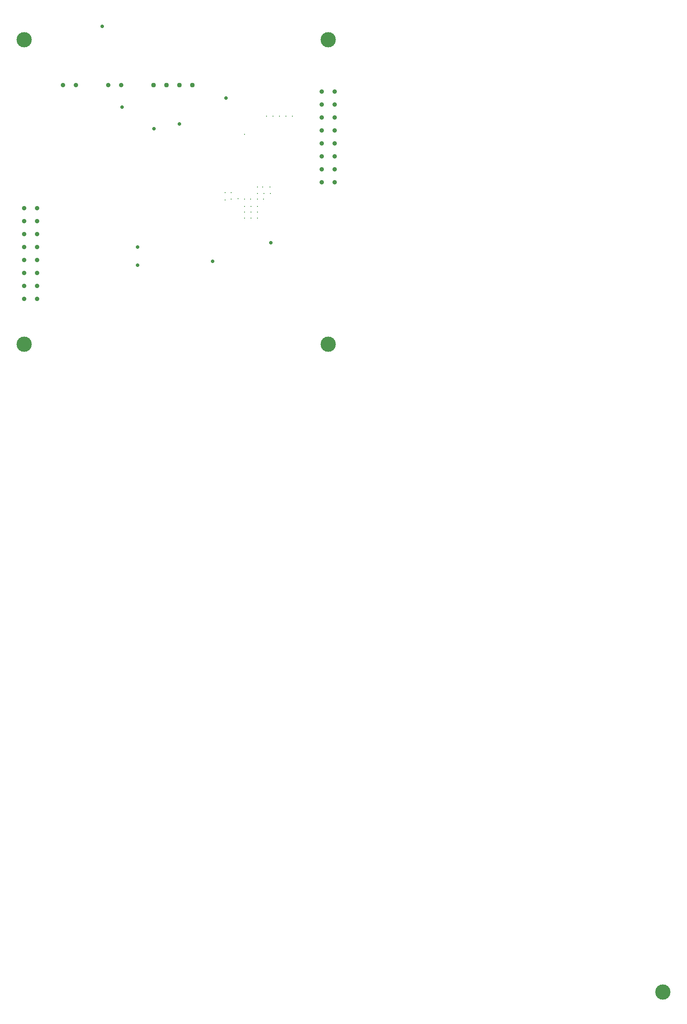
<source format=gbr>
%TF.GenerationSoftware,Altium Limited,Altium Designer,18.0.12 (696)*%
G04 Layer_Color=0*
%FSLAX26Y26*%
%MOIN*%
%TF.FileFunction,Plated,1,2,PTH,Drill*%
%TF.Part,Single*%
G01*
G75*
%TA.AperFunction,OtherDrill,Pad Free-4 (1805mil,975mil)*%
%ADD118C,0.007874*%
%TA.AperFunction,OtherDrill,Pad Free-4 (1755mil,975mil)*%
%ADD119C,0.007874*%
%TA.AperFunction,OtherDrill,Pad Free-4 (1705mil,975mil)*%
%ADD120C,0.007874*%
%TA.AperFunction,OtherDrill,Pad Free-4 (1600mil,1120mil)*%
%ADD121C,0.007874*%
%TA.AperFunction,OtherDrill,Pad Free-4 (1600mil,1170mil)*%
%ADD122C,0.007874*%
%TA.AperFunction,OtherDrill,Pad Free-4 (1555mil,1115mil)*%
%ADD123C,0.007874*%
%TA.AperFunction,OtherDrill,Pad Free-4 (1555mil,1170mil)*%
%ADD124C,0.007874*%
%TA.AperFunction,OtherDrill,Pad Free-4 (1655mil,1125mil)*%
%ADD125C,0.007874*%
%TA.AperFunction,OtherDrill,Pad Free-4 (1805mil,1215mil)*%
%ADD126C,0.007874*%
%TA.AperFunction,OtherDrill,Pad Free-4 (1845mil,1215mil)*%
%ADD127C,0.007874*%
%TA.AperFunction,OtherDrill,Pad Free-4 (1900mil,1215mil)*%
%ADD128C,0.007874*%
%TA.AperFunction,OtherDrill,Pad Free-4 (1905mil,1165mil)*%
%ADD129C,0.007874*%
%TA.AperFunction,OtherDrill,Pad Free-4 (1850mil,1120mil)*%
%ADD130C,0.007874*%
%TA.AperFunction,OtherDrill,Pad Free-4 (1855mil,1165mil)*%
%ADD131C,0.007874*%
%TA.AperFunction,OtherDrill,Pad Free-4 (1805mil,1165mil)*%
%ADD132C,0.007874*%
%TA.AperFunction,OtherDrill,Pad Free-4 (1705mil,1120mil)*%
%ADD133C,0.007874*%
%TA.AperFunction,OtherDrill,Pad Free-4 (1750mil,1120mil)*%
%ADD134C,0.007874*%
%TA.AperFunction,OtherDrill,Pad Free-4 (1805mil,1120mil)*%
%ADD135C,0.007874*%
%TA.AperFunction,OtherDrill,Pad Free-4 (1805mil,1065mil)*%
%ADD136C,0.007874*%
%TA.AperFunction,OtherDrill,Pad Free-4 (1805mil,1020mil)*%
%ADD137C,0.007874*%
%TA.AperFunction,OtherDrill,Pad Free-4 (1705mil,1020mil)*%
%ADD138C,0.007874*%
%TA.AperFunction,OtherDrill,Pad Free-4 (1705mil,1065mil)*%
%ADD139C,0.007874*%
%TA.AperFunction,OtherDrill,Pad Free-4 (1755mil,1065mil)*%
%ADD140C,0.007874*%
%TA.AperFunction,OtherDrill,Pad Free-4 (1755mil,1020mil)*%
%ADD141C,0.007874*%
%TA.AperFunction,ComponentDrill*%
%ADD142C,0.035827*%
%ADD143C,0.037402*%
%ADD144C,0.035827*%
%TA.AperFunction,OtherDrill,Pad Free-3 (4938.544mil,-4999.14mil)*%
%ADD145C,0.118110*%
%TA.AperFunction,OtherDrill,Free Pad (0mil,0mil)*%
%ADD146C,0.118110*%
%TA.AperFunction,OtherDrill,Free Pad (2350mil,0mil)*%
%ADD147C,0.118110*%
%TA.AperFunction,OtherDrill,Free Pad (0mil,2350mil)*%
%ADD148C,0.118110*%
%TA.AperFunction,OtherDrill,Free Pad (2350mil,2350mil)*%
%ADD149C,0.118110*%
%TA.AperFunction,ViaDrill,NotFilled*%
%ADD150C,0.028000*%
%ADD151C,0.009842*%
D118*
X1805000Y975000D02*
D03*
D119*
X1755000D02*
D03*
D120*
X1705000D02*
D03*
D121*
X1600000Y1120000D02*
D03*
D122*
Y1170000D02*
D03*
D123*
X1555000Y1115000D02*
D03*
D124*
Y1170000D02*
D03*
D125*
X1655000Y1125000D02*
D03*
D126*
X1805000Y1215000D02*
D03*
D127*
X1845000D02*
D03*
D128*
X1900000D02*
D03*
D129*
X1905000Y1165000D02*
D03*
D130*
X1850000Y1120000D02*
D03*
D131*
X1855000Y1165000D02*
D03*
D132*
X1805000D02*
D03*
D133*
X1705000Y1120000D02*
D03*
D134*
X1750000D02*
D03*
D135*
X1805000D02*
D03*
D136*
Y1065000D02*
D03*
D137*
Y1020000D02*
D03*
D138*
X1705000D02*
D03*
D139*
Y1065000D02*
D03*
D140*
X1755000D02*
D03*
D141*
Y1020000D02*
D03*
D142*
X300000Y2000000D02*
D03*
X400000D02*
D03*
X750000D02*
D03*
X650000D02*
D03*
D143*
X1300000D02*
D03*
X1200000D02*
D03*
X1100000D02*
D03*
X1000000D02*
D03*
D144*
X2400000Y1950000D02*
D03*
Y1850000D02*
D03*
Y1750000D02*
D03*
Y1650000D02*
D03*
Y1550000D02*
D03*
X2300000Y1950000D02*
D03*
Y1850000D02*
D03*
Y1750000D02*
D03*
Y1650000D02*
D03*
Y1550000D02*
D03*
X2400000Y1450000D02*
D03*
Y1350000D02*
D03*
Y1250000D02*
D03*
X2300000Y1450000D02*
D03*
Y1350000D02*
D03*
Y1250000D02*
D03*
X100000Y1050000D02*
D03*
Y950000D02*
D03*
Y850000D02*
D03*
Y750000D02*
D03*
Y650000D02*
D03*
X0Y1050000D02*
D03*
Y950000D02*
D03*
Y850000D02*
D03*
Y750000D02*
D03*
Y650000D02*
D03*
X100000Y550000D02*
D03*
Y450000D02*
D03*
Y350000D02*
D03*
X0Y550000D02*
D03*
Y450000D02*
D03*
Y350000D02*
D03*
D145*
X4938544Y-4999140D02*
D03*
D146*
X0Y0D02*
D03*
D147*
X2350000D02*
D03*
D148*
X0Y2350000D02*
D03*
D149*
X2350000D02*
D03*
D150*
X1457000Y639000D02*
D03*
X1909000Y783000D02*
D03*
X1005000Y1664000D02*
D03*
X1201000Y1700000D02*
D03*
X1562000Y1901000D02*
D03*
X877000Y609000D02*
D03*
X878000Y749000D02*
D03*
X759000Y1829000D02*
D03*
X605000Y2455000D02*
D03*
D151*
X1705000Y1621000D02*
D03*
X1873000Y1761000D02*
D03*
X1923000D02*
D03*
X1973000D02*
D03*
X2023000D02*
D03*
X2073000D02*
D03*
%TF.MD5,da452aab8a9fb38d91d5b7c31de77dd6*%
M02*

</source>
